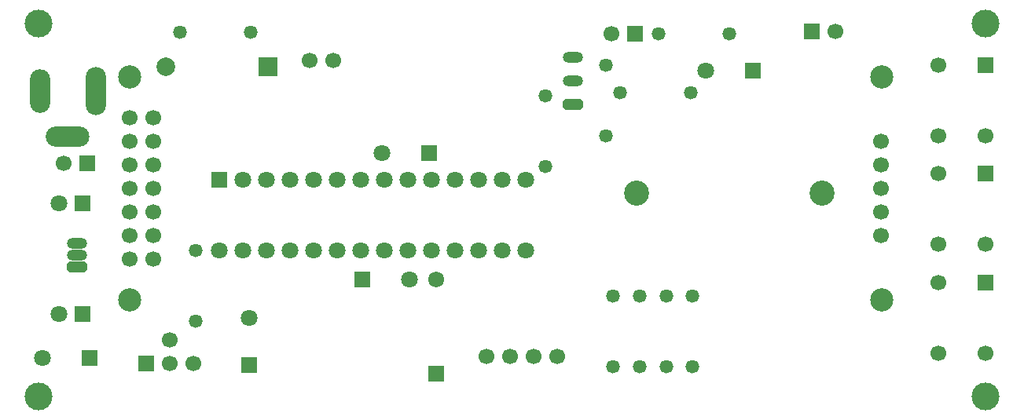
<source format=gbr>
G04 DipTrace 3.3.1.3*
G04 TopMask.gbr*
%MOIN*%
G04 #@! TF.FileFunction,Soldermask,Top*
G04 #@! TF.Part,Single*
%AMOUTLINE1*
4,1,8,
-0.031158,0.023622,
-0.043307,0.011473,
-0.043307,-0.011473,
-0.031158,-0.023622,
0.031158,-0.023622,
0.043307,-0.011473,
0.043307,0.011473,
0.031158,0.023622,
-0.031158,0.023622,
0*%
%ADD18R,0.070866X0.070866*%
%ADD34C,0.098425*%
%ADD35C,0.11811*%
%ADD43C,0.066929*%
%ADD47C,0.057874*%
%ADD49C,0.057874*%
%ADD51O,0.086614X0.047244*%
%ADD53C,0.106299*%
%ADD55C,0.067874*%
%ADD57R,0.067874X0.067874*%
%ADD59O,0.185039X0.086614*%
%ADD61O,0.086614X0.185039*%
%ADD63O,0.086614X0.204724*%
%ADD65R,0.066929X0.066929*%
%ADD67C,0.066929*%
%ADD69C,0.07874*%
%ADD71R,0.07874X0.07874*%
%ADD73C,0.070866*%
%ADD80OUTLINE1*%
%FSLAX26Y26*%
G04*
G70*
G90*
G75*
G01*
G04 TopMask*
%LPD*%
D73*
X1381201Y818701D3*
D18*
Y618701D3*
X674950Y1306201D3*
D73*
X574950D3*
D18*
X674950Y837451D3*
D73*
X574950D3*
X506201Y649951D3*
D18*
X706201D3*
D73*
X3318701Y1868701D3*
D18*
X3518701D3*
D73*
X1943701Y1518701D3*
D18*
X2143701D3*
D73*
X2062450Y981201D3*
D18*
X1862450D3*
D71*
X1462451Y1887450D3*
D69*
X1027412D3*
D67*
X874950Y1068701D3*
X974950D3*
Y1168701D3*
X874950D3*
Y1268701D3*
X974950D3*
X874950Y1368701D3*
X974950D3*
X973375Y1468701D3*
X876525D3*
Y1568701D3*
X973375D3*
X876525Y1668701D3*
X973375D3*
X4062470Y1368701D3*
Y1468701D3*
Y1268701D3*
Y1168701D3*
Y1568701D3*
D34*
X874950Y1841142D3*
Y896260D3*
X4063927Y1841142D3*
Y896260D3*
D35*
X487450Y2068701D3*
Y487450D3*
X4506201Y2068701D3*
Y487451D3*
D65*
X693701Y1474951D3*
D67*
X593701D3*
D65*
X3768701Y2037450D3*
D67*
X3868701D3*
D65*
X3018701Y2024950D3*
D67*
X2918701D3*
D63*
X731201Y1781201D3*
D61*
X494980D3*
D59*
X613091Y1588287D3*
D57*
X2174951Y581201D3*
D55*
Y981201D3*
D43*
X1043701Y724951D3*
D67*
X1737451Y1912450D3*
X1637451D3*
D53*
X3024950Y1349951D3*
X3812352D3*
D80*
X2756201Y1724950D3*
D51*
Y1824950D3*
Y1924950D3*
D49*
X1156201Y806201D3*
D47*
Y1106201D3*
D49*
X1087450Y2031201D3*
D47*
X1387450D3*
D65*
X943701Y624950D3*
D67*
X1043701D3*
X1143701D3*
D49*
X2893701Y1593701D3*
D47*
Y1893701D3*
D49*
X3256201Y1774951D3*
D47*
X2956201D3*
D49*
X3262451Y912451D3*
D47*
Y612451D3*
D49*
X3149951Y612450D3*
D47*
Y912450D3*
D49*
X2924951Y612450D3*
D47*
Y912450D3*
D49*
X2637450Y1762451D3*
D47*
Y1462451D3*
D49*
X3037450Y912451D3*
D47*
Y612451D3*
D49*
X3118701Y2024950D3*
D47*
X3418701D3*
D65*
X4506201Y1893701D3*
D67*
X4306201D3*
Y1593701D3*
X4506201D3*
D65*
Y1431201D3*
D67*
X4306201D3*
Y1131201D3*
X4506201D3*
D65*
Y968701D3*
D67*
X4306201D3*
Y668701D3*
X4506201D3*
D18*
X1256201Y1406201D3*
D73*
X1356201D3*
X1456201D3*
X1556201D3*
X1656201D3*
X1756201D3*
X1856201D3*
X1956201D3*
X2056201D3*
X2156201D3*
X2256201D3*
X2356201D3*
X2456201D3*
X2556201D3*
Y1106201D3*
X2456201D3*
X2356201D3*
X2256201D3*
X2156201D3*
X2056201D3*
X1956201D3*
X1856201D3*
X1756201D3*
X1656201D3*
X1556201D3*
X1456201D3*
X1356201D3*
X1256201D3*
D80*
X649950Y1037451D3*
D51*
Y1087451D3*
Y1137451D3*
D67*
X2487450Y656201D3*
X2587450D3*
X2687450D3*
X2387450D3*
M02*

</source>
